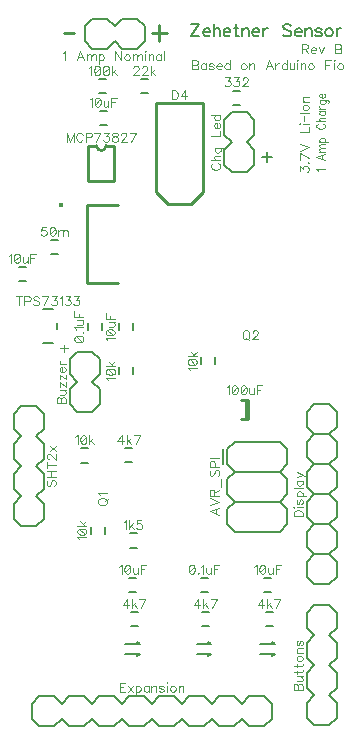
<source format=gbr>
G04 DipTrace 2.3.0.1*
%INTopSilk.gbr*%
%MOIN*%
%ADD10C,0.01*%
%ADD11C,0.006*%
%ADD22C,0.005*%
%ADD24C,0.008*%
%ADD27C,0.0153*%
%ADD50C,0.0046*%
%ADD51C,0.0093*%
%ADD52C,0.0062*%
%FSLAX44Y44*%
G04*
G70*
G90*
G75*
G01*
%LNTopSilk*%
%LPD*%
X3486Y18164D2*
D11*
Y17928D1*
X3014Y18164D2*
Y17928D1*
X4406Y9670D2*
X4642D1*
X4406Y9198D2*
X4642D1*
X8906Y9670D2*
X9142D1*
X8906Y9198D2*
X9142D1*
X6781Y9670D2*
X7017D1*
X6781Y9198D2*
X7017D1*
X4059Y17920D2*
Y18156D1*
X4531Y17920D2*
Y18156D1*
X8292Y15615D2*
D10*
Y14985D1*
X8367Y15615D2*
Y14985D1*
Y15615D2*
X8131D1*
X8367Y14985D2*
X8131D1*
X3655Y24772D2*
D11*
X3419D1*
X3655Y25245D2*
X3419D1*
X964Y19564D2*
X728D1*
X964Y20036D2*
X728D1*
X4275Y7152D2*
D22*
X4669D1*
X4748D1*
Y7466D2*
X4669D1*
X4275D1*
X4748D2*
X4669Y7545D1*
X4748Y7152D2*
X4669Y7073D1*
Y7152D1*
Y7545D2*
Y7466D1*
X8775Y7152D2*
X9169D1*
X9248D1*
Y7466D2*
X9169D1*
X8775D1*
X9248D2*
X9169Y7545D1*
X9248Y7152D2*
X9169Y7073D1*
Y7152D1*
Y7545D2*
Y7466D1*
X6650Y7152D2*
X7044D1*
X7123D1*
Y7466D2*
X7044D1*
X6650D1*
X7123D2*
X7044Y7545D1*
X7123Y7152D2*
X7044Y7073D1*
Y7152D1*
Y7545D2*
Y7466D1*
X5291Y22535D2*
D10*
Y25488D1*
X6866D1*
Y22535D1*
X6472Y22142D1*
X5291Y22535D2*
X5685Y22142D1*
X6472D1*
X2424Y15453D2*
D24*
Y15953D1*
X2674Y16203D1*
X3174D2*
X3424Y15953D1*
X2674Y16203D2*
X2424Y16453D1*
Y16953D1*
X2674Y17203D1*
X3174D2*
X3424Y16953D1*
Y16453D1*
X3174Y16203D1*
X2674Y15203D2*
X3174D1*
X2424Y15453D2*
X2674Y15203D1*
X3174D2*
X3424Y15453D1*
Y15953D2*
Y15453D1*
X2674Y17203D2*
X3174D1*
X10570Y9460D2*
X10320Y9710D1*
Y10210D1*
X10570Y10460D1*
X10320Y10710D1*
Y11210D1*
X10570Y11460D1*
X10320Y11710D1*
Y12210D1*
X10570Y12460D1*
X10320Y12710D1*
Y13210D1*
X10570Y13460D1*
X10320Y13710D1*
Y14210D1*
X10570Y14460D1*
X10320Y14710D1*
Y15210D1*
X10570Y15460D1*
X11070D1*
X11320Y15210D1*
Y14710D1*
X11070Y14460D1*
X11320Y14210D1*
Y13710D1*
X11070Y13460D1*
X11320Y13210D1*
Y12710D1*
X11070Y12460D1*
X11320Y12210D1*
Y11710D1*
X11070Y11460D1*
X11320Y11210D1*
Y10710D1*
X11070Y10460D1*
X11320Y10210D1*
Y9710D1*
X11070Y9460D1*
X10570D1*
Y10460D2*
X11070D1*
X10570Y11460D2*
X11070D1*
X10570Y12460D2*
X11070D1*
X10570Y13460D2*
X11070D1*
X10570Y14460D2*
X11070D1*
X550Y14650D2*
Y15150D1*
X800Y15400D1*
X1300D2*
X1550Y15150D1*
X800Y13400D2*
X550Y13650D1*
Y14150D1*
X800Y14400D1*
X1300D2*
X1550Y14150D1*
Y13650D1*
X1300Y13400D1*
X550Y14650D2*
X800Y14400D1*
X1300D2*
X1550Y14650D1*
Y15150D2*
Y14650D1*
X550Y11650D2*
Y12150D1*
X800Y12400D1*
X1300D2*
X1550Y12150D1*
X800Y12400D2*
X550Y12650D1*
Y13150D1*
X800Y13400D1*
X1300D2*
X1550Y13150D1*
Y12650D1*
X1300Y12400D1*
X800Y11400D2*
X1300D1*
X550Y11650D2*
X800Y11400D1*
X1300D2*
X1550Y11650D1*
Y12150D2*
Y11650D1*
X800Y15400D2*
X1300D1*
X7916Y14217D2*
X7666Y13967D1*
Y13467D2*
X7916Y13217D1*
X7666Y12967D1*
Y12467D2*
X7916Y12217D1*
X7666Y11967D1*
Y11467D2*
X7916Y11217D1*
Y14217D2*
X9416D1*
X9666Y13967D1*
Y13467D1*
X9416Y13217D1*
X9666Y12967D1*
Y12467D1*
X9416Y12217D1*
X9666Y11967D1*
Y11467D1*
X9416Y11217D1*
Y13217D2*
X7916D1*
X9416Y12217D2*
X7916D1*
X9416Y11217D2*
X7916D1*
X7666Y11967D2*
Y11467D1*
Y12967D2*
Y12467D1*
Y13967D2*
Y13467D1*
X7534D2*
Y13967D1*
X7396Y5734D2*
X7896D1*
X8146Y5484D1*
Y4984D2*
X7896Y4734D1*
X6146Y5484D2*
X6396Y5734D1*
X6896D1*
X7146Y5484D1*
Y4984D2*
X6896Y4734D1*
X6396D1*
X6146Y4984D1*
X7396Y5734D2*
X7146Y5484D1*
Y4984D2*
X7396Y4734D1*
X7896D2*
X7396D1*
X4396Y5734D2*
X4896D1*
X5146Y5484D1*
Y4984D2*
X4896Y4734D1*
X5146Y5484D2*
X5396Y5734D1*
X5896D1*
X6146Y5484D1*
Y4984D2*
X5896Y4734D1*
X5396D1*
X5146Y4984D1*
X3146Y5484D2*
X3396Y5734D1*
X3896D1*
X4146Y5484D1*
Y4984D2*
X3896Y4734D1*
X3396D1*
X3146Y4984D1*
X4396Y5734D2*
X4146Y5484D1*
Y4984D2*
X4396Y4734D1*
X4896D2*
X4396D1*
X1396Y5734D2*
X1896D1*
X2146Y5484D1*
Y4984D2*
X1896Y4734D1*
X2146Y5484D2*
X2396Y5734D1*
X2896D1*
X3146Y5484D1*
Y4984D2*
X2896Y4734D1*
X2396D1*
X2146Y4984D1*
X1146Y5484D2*
Y4984D1*
X1396Y5734D2*
X1146Y5484D1*
Y4984D2*
X1396Y4734D1*
X1896D2*
X1396D1*
X8396Y5734D2*
X8896D1*
X9146Y5484D1*
Y4984D1*
X8896Y4734D1*
X8396Y5734D2*
X8146Y5484D1*
Y4984D2*
X8396Y4734D1*
X8896D2*
X8396D1*
X11320Y5510D2*
Y5010D1*
X11070Y4760D1*
X10570D2*
X10320Y5010D1*
X11070Y6760D2*
X11320Y6510D1*
Y6010D1*
X11070Y5760D1*
X10570D2*
X10320Y6010D1*
Y6510D1*
X10570Y6760D1*
X11320Y5510D2*
X11070Y5760D1*
X10570D2*
X10320Y5510D1*
Y5010D2*
Y5510D1*
X11320Y8510D2*
Y8010D1*
X11070Y7760D1*
X10570D2*
X10320Y8010D1*
X11070Y7760D2*
X11320Y7510D1*
Y7010D1*
X11070Y6760D1*
X10570D2*
X10320Y7010D1*
Y7510D1*
X10570Y7760D1*
X11070Y8760D2*
X10570D1*
X11320Y8510D2*
X11070Y8760D1*
X10570D2*
X10320Y8510D1*
Y8010D2*
Y8510D1*
X11070Y4760D2*
X10570D1*
X3170Y28309D2*
X3670D1*
X3920Y28059D1*
Y27559D2*
X3670Y27309D1*
X3920Y28059D2*
X4170Y28309D1*
X4670D1*
X4920Y28059D1*
Y27559D2*
X4670Y27309D1*
X4170D1*
X3920Y27559D1*
X2920Y28059D2*
Y27559D1*
X3170Y28309D2*
X2920Y28059D1*
Y27559D2*
X3170Y27309D1*
X3670D2*
X3170D1*
X4920Y28059D2*
Y27559D1*
X7571Y23442D2*
Y23942D1*
X7821Y24192D1*
X8321D2*
X8571Y23942D1*
X7821Y24192D2*
X7571Y24442D1*
Y24942D1*
X7821Y25192D1*
X8321D2*
X8571Y24942D1*
Y24442D1*
X8321Y24192D1*
X7821Y23192D2*
X8321D1*
X7571Y23442D2*
X7821Y23192D1*
X8321D2*
X8571Y23442D1*
Y23942D2*
Y23442D1*
X7821Y25192D2*
X8321D1*
X2990Y22102D2*
D10*
Y19503D1*
X4014Y22102D2*
X2990D1*
X4014Y19503D2*
X2990D1*
D27*
X2117Y22092D3*
X4065Y16465D2*
D11*
Y16702D1*
X4538Y16465D2*
Y16702D1*
X3036Y13519D2*
X2800D1*
X3036Y13991D2*
X2800D1*
X4684Y8073D2*
X4447D1*
X4684Y8545D2*
X4447D1*
X9184Y8073D2*
X8947D1*
X9184Y8545D2*
X8947D1*
X7059Y8073D2*
X6822D1*
X7059Y8545D2*
X6822D1*
X4274Y14011D2*
X4510D1*
X4274Y13539D2*
X4510D1*
X7268Y17029D2*
Y16793D1*
X6795Y17029D2*
Y16793D1*
X1786Y20936D2*
X2022D1*
X1786Y20464D2*
X2022D1*
X3115Y11143D2*
Y11380D1*
X3587Y11143D2*
Y11380D1*
X4414Y11154D2*
X4651D1*
X4414Y10682D2*
X4651D1*
X4781Y26295D2*
X5017D1*
X4781Y25823D2*
X5017D1*
X7859Y25915D2*
X8095D1*
X7859Y25442D2*
X8095D1*
X3406Y26295D2*
X3642D1*
X3406Y25823D2*
X3642D1*
X1851Y17500D2*
D24*
X1513D1*
Y18620D2*
X1851D1*
X2001Y18166D2*
Y17954D1*
X3034Y24076D2*
D10*
Y22895D1*
X3900Y24076D2*
Y22895D1*
X3034D2*
X3900D1*
X3034Y24076D2*
X3309D1*
X3624D2*
X3900D1*
X3309D2*
G03X3624Y24076I158J0D01*
G01*
X2575Y17623D2*
D50*
X2589Y17580D1*
X2632Y17551D1*
X2704Y17537D1*
X2747D1*
X2819Y17551D1*
X2862Y17580D1*
X2876Y17623D1*
Y17652D1*
X2862Y17695D1*
X2819Y17724D1*
X2747Y17738D1*
X2704D1*
X2632Y17724D1*
X2589Y17695D1*
X2575Y17652D1*
Y17623D1*
X2632Y17724D2*
X2819Y17551D1*
X2847Y17845D2*
X2862Y17831D1*
X2876Y17845D1*
X2862Y17860D1*
X2847Y17845D1*
X2632Y17952D2*
X2618Y17981D1*
X2575Y18024D1*
X2876D1*
X2675Y18117D2*
X2819D1*
X2861Y18131D1*
X2876Y18160D1*
Y18203D1*
X2861Y18232D1*
X2819Y18275D1*
X2675D2*
X2876D1*
X2574Y18554D2*
Y18367D1*
X2876D1*
X2718D2*
Y18482D1*
X4077Y10052D2*
X4105Y10066D1*
X4148Y10109D1*
Y9808D1*
X4327Y10109D2*
X4284Y10095D1*
X4255Y10052D1*
X4241Y9980D1*
Y9937D1*
X4255Y9865D1*
X4284Y9822D1*
X4327Y9808D1*
X4356D1*
X4399Y9822D1*
X4428Y9865D1*
X4442Y9937D1*
Y9980D1*
X4428Y10052D1*
X4399Y10095D1*
X4356Y10109D1*
X4327D1*
X4428Y10052D2*
X4255Y9865D1*
X4535Y10009D2*
Y9865D1*
X4549Y9823D1*
X4578Y9808D1*
X4621D1*
X4649Y9823D1*
X4693Y9865D1*
Y10009D2*
Y9808D1*
X4972Y10110D2*
X4785D1*
Y9808D1*
Y9966D2*
X4900D1*
X8577Y10052D2*
X8605Y10066D1*
X8648Y10109D1*
Y9808D1*
X8827Y10109D2*
X8784Y10095D1*
X8755Y10052D1*
X8741Y9980D1*
Y9937D1*
X8755Y9865D1*
X8784Y9822D1*
X8827Y9808D1*
X8856D1*
X8899Y9822D1*
X8928Y9865D1*
X8942Y9937D1*
Y9980D1*
X8928Y10052D1*
X8899Y10095D1*
X8856Y10109D1*
X8827D1*
X8928Y10052D2*
X8755Y9865D1*
X9035Y10009D2*
Y9865D1*
X9049Y9823D1*
X9078Y9808D1*
X9121D1*
X9149Y9823D1*
X9193Y9865D1*
Y10009D2*
Y9808D1*
X9472Y10110D2*
X9285D1*
Y9808D1*
Y9966D2*
X9400D1*
X6477Y10109D2*
X6434Y10095D1*
X6405Y10052D1*
X6391Y9980D1*
Y9937D1*
X6405Y9865D1*
X6434Y9822D1*
X6477Y9808D1*
X6506D1*
X6549Y9822D1*
X6577Y9865D1*
X6592Y9937D1*
Y9980D1*
X6577Y10052D1*
X6549Y10095D1*
X6506Y10109D1*
X6477D1*
X6577Y10052D2*
X6405Y9865D1*
X6699Y9837D2*
X6684Y9822D1*
X6699Y9808D1*
X6713Y9822D1*
X6699Y9837D1*
X6806Y10052D2*
X6835Y10066D1*
X6878Y10109D1*
Y9808D1*
X6970Y10009D2*
Y9865D1*
X6985Y9823D1*
X7014Y9808D1*
X7057D1*
X7085Y9823D1*
X7128Y9865D1*
Y10009D2*
Y9808D1*
X7408Y10110D2*
X7221D1*
Y9808D1*
Y9966D2*
X7336D1*
X3677Y17591D2*
X3662Y17619D1*
X3620Y17663D1*
X3921D1*
X3620Y17841D2*
X3634Y17798D1*
X3677Y17770D1*
X3749Y17755D1*
X3792D1*
X3863Y17770D1*
X3907Y17798D1*
X3921Y17841D1*
Y17870D1*
X3907Y17913D1*
X3863Y17942D1*
X3792Y17956D1*
X3749D1*
X3677Y17942D1*
X3634Y17913D1*
X3620Y17870D1*
Y17841D1*
X3677Y17942D2*
X3863Y17770D1*
X3720Y18049D2*
X3863D1*
X3906Y18063D1*
X3921Y18092D1*
Y18135D1*
X3906Y18164D1*
X3863Y18207D1*
X3720D2*
X3921D1*
X3619Y18486D2*
Y18299D1*
X3921D1*
X3763D2*
Y18414D1*
X7654Y16036D2*
X7683Y16051D1*
X7726Y16093D1*
Y15792D1*
X7905Y16093D2*
X7862Y16079D1*
X7833Y16036D1*
X7819Y15964D1*
Y15921D1*
X7833Y15850D1*
X7862Y15806D1*
X7905Y15792D1*
X7934D1*
X7977Y15806D1*
X8005Y15850D1*
X8020Y15921D1*
Y15964D1*
X8005Y16036D1*
X7977Y16079D1*
X7934Y16093D1*
X7905D1*
X8005Y16036D2*
X7833Y15850D1*
X8199Y16093D2*
X8156Y16079D1*
X8127Y16036D1*
X8113Y15964D1*
Y15921D1*
X8127Y15850D1*
X8156Y15806D1*
X8199Y15792D1*
X8227D1*
X8270Y15806D1*
X8299Y15850D1*
X8313Y15921D1*
Y15964D1*
X8299Y16036D1*
X8270Y16079D1*
X8227Y16093D1*
X8199D1*
X8299Y16036D2*
X8127Y15850D1*
X8406Y15993D2*
Y15850D1*
X8420Y15807D1*
X8449Y15792D1*
X8492D1*
X8521Y15807D1*
X8564Y15850D1*
Y15993D2*
Y15792D1*
X8843Y16094D2*
X8657D1*
Y15792D1*
Y15950D2*
X8771D1*
X3090Y25626D2*
X3119Y25641D1*
X3162Y25684D1*
Y25383D1*
X3340Y25684D2*
X3297Y25669D1*
X3269Y25626D1*
X3254Y25555D1*
Y25512D1*
X3269Y25440D1*
X3297Y25397D1*
X3340Y25383D1*
X3369D1*
X3412Y25397D1*
X3441Y25440D1*
X3455Y25512D1*
Y25555D1*
X3441Y25626D1*
X3412Y25669D1*
X3369Y25684D1*
X3340D1*
X3441Y25626D2*
X3269Y25440D1*
X3548Y25584D2*
Y25440D1*
X3562Y25397D1*
X3591Y25383D1*
X3634D1*
X3663Y25397D1*
X3706Y25440D1*
Y25584D2*
Y25383D1*
X3985Y25684D2*
X3798D1*
Y25383D1*
Y25540D2*
X3913D1*
X398Y20418D2*
X427Y20432D1*
X470Y20475D1*
Y20174D1*
X649Y20475D2*
X606Y20461D1*
X577Y20418D1*
X563Y20346D1*
Y20303D1*
X577Y20231D1*
X606Y20188D1*
X649Y20174D1*
X677D1*
X720Y20188D1*
X749Y20231D1*
X764Y20303D1*
Y20346D1*
X749Y20418D1*
X720Y20461D1*
X677Y20475D1*
X649D1*
X749Y20418D2*
X577Y20231D1*
X856Y20375D2*
Y20231D1*
X870Y20189D1*
X899Y20174D1*
X942D1*
X971Y20189D1*
X1014Y20231D1*
Y20375D2*
Y20174D1*
X1293Y20476D2*
X1107D1*
Y20174D1*
Y20332D2*
X1221D1*
X5824Y25927D2*
Y25626D1*
X5924D1*
X5968Y25641D1*
X5996Y25669D1*
X6011Y25698D1*
X6025Y25741D1*
Y25813D1*
X6011Y25856D1*
X5996Y25884D1*
X5968Y25913D1*
X5924Y25927D1*
X5824D1*
X6261Y25626D2*
Y25927D1*
X6118Y25727D1*
X6333D1*
X1984Y15491D2*
X2286D1*
Y15620D1*
X2271Y15663D1*
X2257Y15678D1*
X2229Y15692D1*
X2185D1*
X2157Y15678D1*
X2142Y15663D1*
X2128Y15620D1*
X2113Y15663D1*
X2099Y15678D1*
X2071Y15692D1*
X2042D1*
X2013Y15678D1*
X1999Y15663D1*
X1984Y15620D1*
Y15491D1*
X2128D2*
Y15620D1*
X2085Y15785D2*
X2229D1*
X2271Y15799D1*
X2286Y15828D1*
Y15871D1*
X2271Y15899D1*
X2229Y15942D1*
X2085D2*
X2286D1*
X2085Y16035D2*
Y16193D1*
X2286Y16035D1*
Y16193D1*
X2085Y16286D2*
Y16443D1*
X2286Y16286D1*
Y16443D1*
X2171Y16536D2*
Y16708D1*
X2142D1*
X2113Y16694D1*
X2099Y16680D1*
X2085Y16651D1*
Y16608D1*
X2099Y16579D1*
X2128Y16550D1*
X2171Y16536D1*
X2200D1*
X2243Y16550D1*
X2271Y16579D1*
X2286Y16608D1*
Y16651D1*
X2271Y16680D1*
X2243Y16708D1*
X2085Y16801D2*
X2286D1*
X2171D2*
X2128Y16815D1*
X2099Y16844D1*
X2085Y16873D1*
Y16916D1*
X9881Y11723D2*
X10182D1*
Y11823D1*
X10167Y11867D1*
X10139Y11895D1*
X10110Y11910D1*
X10067Y11924D1*
X9995D1*
X9952Y11910D1*
X9924Y11895D1*
X9895Y11867D1*
X9881Y11823D1*
Y11723D1*
Y12017D2*
X9895Y12031D1*
X9881Y12045D1*
X9866Y12031D1*
X9881Y12017D1*
X9981Y12031D2*
X10182D1*
X10024Y12296D2*
X9995Y12282D1*
X9981Y12238D1*
Y12195D1*
X9995Y12152D1*
X10024Y12138D1*
X10053Y12152D1*
X10067Y12181D1*
X10082Y12253D1*
X10096Y12282D1*
X10125Y12296D1*
X10139D1*
X10167Y12282D1*
X10182Y12238D1*
Y12195D1*
X10167Y12152D1*
X10139Y12138D1*
X9981Y12388D2*
X10282D1*
X10024D2*
X9996Y12417D1*
X9981Y12446D1*
Y12489D1*
X9996Y12518D1*
X10024Y12546D1*
X10067Y12561D1*
X10096D1*
X10139Y12546D1*
X10168Y12518D1*
X10182Y12489D1*
Y12446D1*
X10168Y12417D1*
X10139Y12388D1*
X9881Y12654D2*
X10182D1*
X9981Y12918D2*
X10182D1*
X10024D2*
X9995Y12890D1*
X9981Y12861D1*
Y12818D1*
X9995Y12789D1*
X10024Y12761D1*
X10067Y12746D1*
X10096D1*
X10139Y12761D1*
X10167Y12789D1*
X10182Y12818D1*
Y12861D1*
X10167Y12890D1*
X10139Y12918D1*
X9981Y13026D2*
X10182Y13111D1*
X10239Y13083D1*
X10268Y13054D1*
X10282Y13026D1*
Y13011D1*
X9981Y13198D2*
X10182Y13111D1*
X1695Y12935D2*
X1666Y12906D1*
X1652Y12863D1*
Y12806D1*
X1666Y12763D1*
X1695Y12734D1*
X1723D1*
X1752Y12748D1*
X1766Y12763D1*
X1781Y12791D1*
X1810Y12877D1*
X1824Y12906D1*
X1838Y12921D1*
X1867Y12935D1*
X1910D1*
X1939Y12906D1*
X1953Y12863D1*
Y12806D1*
X1939Y12763D1*
X1910Y12734D1*
X1652Y13027D2*
X1953D1*
X1652Y13228D2*
X1953D1*
X1795Y13027D2*
Y13228D1*
X1652Y13422D2*
X1953D1*
X1652Y13321D2*
Y13522D1*
X1724Y13629D2*
X1709D1*
X1681Y13644D1*
X1666Y13658D1*
X1652Y13687D1*
Y13744D1*
X1666Y13773D1*
X1681Y13787D1*
X1709Y13801D1*
X1738D1*
X1767Y13787D1*
X1810Y13758D1*
X1953Y13615D1*
Y13816D1*
X1752Y13908D2*
X1953Y14066D1*
X1752D2*
X1953Y13908D1*
X7396Y12001D2*
X7095Y11886D1*
X7396Y11771D1*
X7296Y11815D2*
Y11958D1*
X7095Y12094D2*
X7396Y12209D1*
X7095Y12323D1*
X7238Y12416D2*
Y12545D1*
X7224Y12588D1*
X7209Y12603D1*
X7181Y12617D1*
X7152D1*
X7123Y12603D1*
X7109Y12588D1*
X7095Y12545D1*
Y12416D1*
X7396D1*
X7238Y12516D2*
X7396Y12617D1*
X7446Y12710D2*
Y12982D1*
X7138Y13276D2*
X7109Y13247D1*
X7095Y13204D1*
Y13147D1*
X7109Y13104D1*
X7138Y13075D1*
X7166D1*
X7195Y13089D1*
X7209Y13104D1*
X7224Y13132D1*
X7252Y13218D1*
X7267Y13247D1*
X7281Y13261D1*
X7310Y13276D1*
X7353D1*
X7381Y13247D1*
X7396Y13204D1*
Y13147D1*
X7381Y13104D1*
X7353Y13075D1*
X7252Y13368D2*
Y13498D1*
X7238Y13540D1*
X7224Y13555D1*
X7195Y13569D1*
X7152D1*
X7123Y13555D1*
X7109Y13540D1*
X7095Y13498D1*
Y13368D1*
X7396D1*
X7095Y13662D2*
X7396D1*
X4272Y6173D2*
X4086D1*
Y5872D1*
X4272D1*
X4086Y6030D2*
X4201D1*
X4365Y6073D2*
X4523Y5872D1*
Y6073D2*
X4365Y5872D1*
X4616Y6073D2*
Y5771D1*
Y6030D2*
X4644Y6058D1*
X4673Y6073D1*
X4716D1*
X4745Y6058D1*
X4773Y6030D1*
X4788Y5987D1*
Y5958D1*
X4773Y5915D1*
X4745Y5886D1*
X4716Y5872D1*
X4673D1*
X4644Y5886D1*
X4616Y5915D1*
X5053Y6073D2*
Y5872D1*
Y6030D2*
X5024Y6059D1*
X4995Y6073D1*
X4953D1*
X4924Y6059D1*
X4895Y6030D1*
X4881Y5987D1*
Y5958D1*
X4895Y5915D1*
X4924Y5887D1*
X4953Y5872D1*
X4995D1*
X5024Y5887D1*
X5053Y5915D1*
X5145Y6073D2*
Y5872D1*
Y6016D2*
X5189Y6059D1*
X5217Y6073D1*
X5260D1*
X5289Y6059D1*
X5303Y6016D1*
Y5872D1*
X5554Y6030D2*
X5539Y6059D1*
X5496Y6073D1*
X5453D1*
X5410Y6059D1*
X5396Y6030D1*
X5410Y6001D1*
X5439Y5987D1*
X5511Y5972D1*
X5539Y5958D1*
X5554Y5929D1*
Y5915D1*
X5539Y5887D1*
X5496Y5872D1*
X5453D1*
X5410Y5887D1*
X5396Y5915D1*
X5646Y6173D2*
X5661Y6159D1*
X5675Y6173D1*
X5661Y6188D1*
X5646Y6173D1*
X5661Y6073D2*
Y5872D1*
X5839Y6073D2*
X5811Y6059D1*
X5782Y6030D1*
X5768Y5987D1*
Y5958D1*
X5782Y5915D1*
X5811Y5887D1*
X5839Y5872D1*
X5883D1*
X5911Y5887D1*
X5940Y5915D1*
X5955Y5958D1*
Y5987D1*
X5940Y6030D1*
X5911Y6059D1*
X5883Y6073D1*
X5839D1*
X6047D2*
Y5872D1*
Y6016D2*
X6090Y6059D1*
X6119Y6073D1*
X6162D1*
X6191Y6059D1*
X6205Y6016D1*
Y5872D1*
X9881Y5937D2*
X10182D1*
Y6066D1*
X10167Y6109D1*
X10153Y6124D1*
X10125Y6138D1*
X10082D1*
X10053Y6124D1*
X10038Y6109D1*
X10024Y6066D1*
X10010Y6109D1*
X9995Y6124D1*
X9967Y6138D1*
X9938D1*
X9909Y6124D1*
X9895Y6109D1*
X9881Y6066D1*
Y5937D1*
X10024D2*
Y6066D1*
X9981Y6230D2*
X10125D1*
X10167Y6245D1*
X10182Y6274D1*
Y6317D1*
X10167Y6345D1*
X10125Y6388D1*
X9981D2*
X10182D1*
X9881Y6524D2*
X10125D1*
X10167Y6538D1*
X10182Y6567D1*
Y6596D1*
X9981Y6481D2*
Y6581D1*
X9881Y6731D2*
X10125D1*
X10167Y6746D1*
X10182Y6774D1*
Y6803D1*
X9981Y6688D2*
Y6789D1*
Y6967D2*
X9995Y6939D1*
X10024Y6910D1*
X10067Y6896D1*
X10096D1*
X10139Y6910D1*
X10167Y6939D1*
X10182Y6967D1*
Y7010D1*
X10167Y7039D1*
X10139Y7068D1*
X10096Y7082D1*
X10067D1*
X10024Y7068D1*
X9995Y7039D1*
X9981Y7010D1*
Y6967D1*
Y7175D2*
X10182D1*
X10038D2*
X9995Y7218D1*
X9981Y7247D1*
Y7290D1*
X9995Y7319D1*
X10038Y7333D1*
X10182D1*
X10024Y7583D2*
X9995Y7569D1*
X9981Y7526D1*
Y7483D1*
X9995Y7440D1*
X10024Y7425D1*
X10053Y7440D1*
X10067Y7469D1*
X10082Y7540D1*
X10096Y7569D1*
X10125Y7583D1*
X10139D1*
X10167Y7569D1*
X10182Y7526D1*
Y7483D1*
X10167Y7440D1*
X10139Y7425D1*
X7203Y23499D2*
X7175Y23485D1*
X7146Y23456D1*
X7131Y23428D1*
Y23370D1*
X7146Y23341D1*
X7175Y23313D1*
X7203Y23298D1*
X7246Y23284D1*
X7318D1*
X7361Y23298D1*
X7390Y23313D1*
X7418Y23341D1*
X7433Y23370D1*
Y23428D1*
X7418Y23456D1*
X7390Y23485D1*
X7361Y23499D1*
X7131Y23592D2*
X7433D1*
X7289D2*
X7246Y23635D1*
X7232Y23664D1*
Y23707D1*
X7246Y23736D1*
X7289Y23750D1*
X7433D1*
X7246Y24015D2*
X7476D1*
X7519Y24000D1*
X7533Y23986D1*
X7548Y23957D1*
Y23914D1*
X7533Y23886D1*
X7289Y24015D2*
X7261Y23986D1*
X7246Y23957D1*
Y23914D1*
X7261Y23886D1*
X7289Y23857D1*
X7332Y23842D1*
X7361D1*
X7404Y23857D1*
X7433Y23886D1*
X7447Y23914D1*
Y23957D1*
X7433Y23986D1*
X7404Y24015D1*
X7131Y24399D2*
X7433D1*
Y24571D1*
X7318Y24663D2*
Y24836D1*
X7289D1*
X7260Y24821D1*
X7246Y24807D1*
X7232Y24778D1*
Y24735D1*
X7246Y24707D1*
X7275Y24678D1*
X7318Y24663D1*
X7347D1*
X7390Y24678D1*
X7418Y24707D1*
X7433Y24735D1*
Y24778D1*
X7418Y24807D1*
X7390Y24836D1*
X7131Y25100D2*
X7433D1*
X7275D2*
X7246Y25072D1*
X7232Y25043D1*
Y25000D1*
X7246Y24971D1*
X7275Y24942D1*
X7318Y24928D1*
X7347D1*
X7390Y24942D1*
X7418Y24971D1*
X7433Y25000D1*
Y25043D1*
X7418Y25072D1*
X7390Y25100D1*
X3360Y12190D2*
X3374Y12162D1*
X3402Y12133D1*
X3431Y12119D1*
X3474Y12104D1*
X3546D1*
X3589Y12119D1*
X3618Y12133D1*
X3647Y12162D1*
X3661Y12190D1*
Y12248D1*
X3647Y12277D1*
X3618Y12305D1*
X3589Y12319D1*
X3546Y12334D1*
X3474D1*
X3431Y12319D1*
X3402Y12305D1*
X3374Y12277D1*
X3360Y12248D1*
Y12190D1*
X3603Y12233D2*
X3690Y12319D1*
X3417Y12427D2*
X3403Y12455D1*
X3360Y12499D1*
X3661D1*
X8268Y17922D2*
X8240Y17908D1*
X8211Y17879D1*
X8197Y17850D1*
X8182Y17807D1*
Y17736D1*
X8197Y17692D1*
X8211Y17664D1*
X8240Y17635D1*
X8268Y17621D1*
X8326D1*
X8355Y17635D1*
X8383Y17664D1*
X8397Y17692D1*
X8412Y17736D1*
Y17807D1*
X8397Y17850D1*
X8383Y17879D1*
X8355Y17908D1*
X8326Y17922D1*
X8268D1*
X8311Y17678D2*
X8397Y17592D1*
X8519Y17850D2*
Y17864D1*
X8533Y17893D1*
X8548Y17907D1*
X8577Y17922D1*
X8634D1*
X8662Y17907D1*
X8677Y17893D1*
X8691Y17864D1*
Y17836D1*
X8677Y17807D1*
X8648Y17764D1*
X8505Y17620D1*
X8706D1*
X3684Y16276D2*
X3669Y16304D1*
X3626Y16348D1*
X3927D1*
X3626Y16526D2*
X3641Y16483D1*
X3684Y16454D1*
X3755Y16440D1*
X3798D1*
X3870Y16454D1*
X3913Y16483D1*
X3927Y16526D1*
Y16555D1*
X3913Y16598D1*
X3870Y16627D1*
X3798Y16641D1*
X3755D1*
X3684Y16627D1*
X3641Y16598D1*
X3626Y16555D1*
Y16526D1*
X3684Y16627D2*
X3870Y16454D1*
X3626Y16734D2*
X3927D1*
X3726Y16877D2*
X3870Y16734D1*
X3813Y16791D2*
X3927Y16892D1*
X2610Y14373D2*
X2639Y14388D1*
X2682Y14431D1*
Y14129D1*
X2861Y14431D2*
X2818Y14416D1*
X2789Y14373D1*
X2774Y14302D1*
Y14258D1*
X2789Y14187D1*
X2818Y14144D1*
X2861Y14129D1*
X2889D1*
X2932Y14144D1*
X2961Y14187D1*
X2975Y14258D1*
Y14302D1*
X2961Y14373D1*
X2932Y14416D1*
X2889Y14431D1*
X2861D1*
X2961Y14373D2*
X2789Y14187D1*
X3068Y14431D2*
Y14129D1*
X3212Y14330D2*
X3068Y14187D1*
X3125Y14244D2*
X3226Y14129D1*
X4330Y8683D2*
Y8984D1*
X4186Y8784D1*
X4401D1*
X4494Y8985D2*
Y8683D1*
X4637Y8884D2*
X4494Y8740D1*
X4551Y8798D2*
X4652Y8683D1*
X4802D2*
X4945Y8984D1*
X4744D1*
X8830Y8683D2*
Y8984D1*
X8686Y8784D1*
X8901D1*
X8994Y8985D2*
Y8683D1*
X9137Y8884D2*
X8994Y8740D1*
X9051Y8798D2*
X9152Y8683D1*
X9302D2*
X9445Y8984D1*
X9244D1*
X6705Y8683D2*
Y8984D1*
X6561Y8784D1*
X6776D1*
X6869Y8985D2*
Y8683D1*
X7012Y8884D2*
X6869Y8740D1*
X6926Y8798D2*
X7027Y8683D1*
X7177D2*
X7320Y8984D1*
X7119D1*
X4156Y14149D2*
Y14450D1*
X4012Y14249D1*
X4227D1*
X4320Y14450D2*
Y14149D1*
X4464Y14350D2*
X4320Y14206D1*
X4377Y14264D2*
X4478Y14149D1*
X4628D2*
X4771Y14450D1*
X4571D1*
X6414Y16603D2*
X6399Y16632D1*
X6356Y16675D1*
X6657D1*
X6356Y16854D2*
X6370Y16810D1*
X6414Y16782D1*
X6485Y16767D1*
X6528D1*
X6600Y16782D1*
X6643Y16810D1*
X6657Y16854D1*
Y16882D1*
X6643Y16925D1*
X6600Y16954D1*
X6528Y16968D1*
X6485D1*
X6414Y16954D1*
X6370Y16925D1*
X6356Y16882D1*
Y16854D1*
X6414Y16954D2*
X6600Y16782D1*
X6356Y17061D2*
X6657D1*
X6456Y17204D2*
X6600Y17061D1*
X6543Y17118D2*
X6657Y17219D1*
X1625Y21375D2*
X1482D1*
X1467Y21246D1*
X1482Y21260D1*
X1525Y21275D1*
X1567D1*
X1611Y21260D1*
X1639Y21232D1*
X1654Y21189D1*
Y21160D1*
X1639Y21117D1*
X1611Y21088D1*
X1567Y21074D1*
X1525D1*
X1482Y21088D1*
X1467Y21103D1*
X1453Y21131D1*
X1833Y21375D2*
X1789Y21361D1*
X1761Y21318D1*
X1746Y21246D1*
Y21203D1*
X1761Y21131D1*
X1789Y21088D1*
X1833Y21074D1*
X1861D1*
X1904Y21088D1*
X1933Y21131D1*
X1947Y21203D1*
Y21246D1*
X1933Y21318D1*
X1904Y21361D1*
X1861Y21375D1*
X1833D1*
X1933Y21318D2*
X1761Y21131D1*
X2040Y21275D2*
Y21074D1*
Y21218D2*
X2083Y21261D1*
X2112Y21275D1*
X2155D1*
X2184Y21261D1*
X2198Y21218D1*
Y21074D1*
Y21218D2*
X2241Y21261D1*
X2270Y21275D1*
X2312D1*
X2341Y21261D1*
X2356Y21218D1*
Y21074D1*
X2733Y10954D2*
X2719Y10982D1*
X2676Y11025D1*
X2977D1*
X2676Y11204D2*
X2690Y11161D1*
X2733Y11132D1*
X2805Y11118D1*
X2848D1*
X2920Y11132D1*
X2963Y11161D1*
X2977Y11204D1*
Y11233D1*
X2963Y11276D1*
X2920Y11304D1*
X2848Y11319D1*
X2805D1*
X2733Y11304D1*
X2690Y11276D1*
X2676Y11233D1*
Y11204D1*
X2733Y11304D2*
X2920Y11132D1*
X2675Y11412D2*
X2977D1*
X2776Y11555D2*
X2920Y11412D1*
X2862Y11469D2*
X2977Y11570D1*
X4224Y11536D2*
X4253Y11550D1*
X4296Y11593D1*
Y11292D1*
X4389Y11593D2*
Y11292D1*
X4533Y11493D2*
X4389Y11349D1*
X4446Y11407D2*
X4547Y11292D1*
X4812Y11593D2*
X4668D1*
X4654Y11464D1*
X4668Y11478D1*
X4712Y11493D1*
X4754D1*
X4797Y11478D1*
X4826Y11450D1*
X4841Y11407D1*
Y11378D1*
X4826Y11335D1*
X4797Y11306D1*
X4754Y11292D1*
X4712D1*
X4668Y11306D1*
X4654Y11321D1*
X4640Y11349D1*
X4541Y26663D2*
Y26677D1*
X4556Y26706D1*
X4570Y26720D1*
X4599Y26734D1*
X4656D1*
X4685Y26720D1*
X4699Y26706D1*
X4713Y26677D1*
Y26648D1*
X4699Y26619D1*
X4670Y26577D1*
X4527Y26433D1*
X4728D1*
X4835Y26663D2*
Y26677D1*
X4849Y26706D1*
X4863Y26720D1*
X4892Y26734D1*
X4950D1*
X4978Y26720D1*
X4992Y26706D1*
X5007Y26677D1*
Y26648D1*
X4992Y26619D1*
X4964Y26577D1*
X4820Y26433D1*
X5021D1*
X5114Y26735D2*
Y26433D1*
X5257Y26634D2*
X5114Y26490D1*
X5171Y26548D2*
X5272Y26433D1*
X7612Y26354D2*
X7770D1*
X7684Y26239D1*
X7727D1*
X7755Y26225D1*
X7770Y26210D1*
X7784Y26167D1*
Y26139D1*
X7770Y26096D1*
X7741Y26067D1*
X7698Y26053D1*
X7655D1*
X7612Y26067D1*
X7598Y26081D1*
X7583Y26110D1*
X7906Y26354D2*
X8063D1*
X7977Y26239D1*
X8020D1*
X8049Y26225D1*
X8063Y26210D1*
X8078Y26167D1*
Y26139D1*
X8063Y26096D1*
X8035Y26067D1*
X7992Y26053D1*
X7948D1*
X7906Y26067D1*
X7891Y26081D1*
X7877Y26110D1*
X8185Y26282D2*
Y26296D1*
X8199Y26325D1*
X8214Y26339D1*
X8242Y26354D1*
X8300D1*
X8328Y26339D1*
X8343Y26325D1*
X8357Y26296D1*
Y26268D1*
X8343Y26239D1*
X8314Y26196D1*
X8170Y26053D1*
X8371D1*
X3069Y26677D2*
X3098Y26691D1*
X3141Y26734D1*
Y26433D1*
X3320Y26734D2*
X3277Y26720D1*
X3248Y26677D1*
X3234Y26605D1*
Y26562D1*
X3248Y26490D1*
X3277Y26447D1*
X3320Y26433D1*
X3349D1*
X3392Y26447D1*
X3420Y26490D1*
X3435Y26562D1*
Y26605D1*
X3420Y26677D1*
X3392Y26720D1*
X3349Y26734D1*
X3320D1*
X3420Y26677D2*
X3248Y26490D1*
X3614Y26734D2*
X3571Y26720D1*
X3542Y26677D1*
X3528Y26605D1*
Y26562D1*
X3542Y26490D1*
X3571Y26447D1*
X3614Y26433D1*
X3642D1*
X3685Y26447D1*
X3714Y26490D1*
X3729Y26562D1*
Y26605D1*
X3714Y26677D1*
X3685Y26720D1*
X3642Y26734D1*
X3614D1*
X3714Y26677D2*
X3542Y26490D1*
X3821Y26735D2*
Y26433D1*
X3965Y26634D2*
X3821Y26490D1*
X3879Y26548D2*
X3979Y26433D1*
X719Y19059D2*
Y18758D1*
X618Y19059D2*
X819D1*
X912Y18901D2*
X1041D1*
X1084Y18916D1*
X1098Y18930D1*
X1113Y18959D1*
Y19002D1*
X1098Y19030D1*
X1084Y19045D1*
X1041Y19059D1*
X912D1*
Y18758D1*
X1406Y19016D2*
X1378Y19045D1*
X1335Y19059D1*
X1277D1*
X1234Y19045D1*
X1205Y19016D1*
Y18988D1*
X1220Y18959D1*
X1234Y18945D1*
X1263Y18930D1*
X1349Y18901D1*
X1378Y18887D1*
X1392Y18873D1*
X1406Y18844D1*
Y18801D1*
X1378Y18772D1*
X1335Y18758D1*
X1277D1*
X1234Y18772D1*
X1205Y18801D1*
X1556Y18758D2*
X1700Y19059D1*
X1499D1*
X1821D2*
X1979D1*
X1893Y18944D1*
X1936D1*
X1965Y18930D1*
X1979Y18916D1*
X1994Y18873D1*
Y18844D1*
X1979Y18801D1*
X1950Y18772D1*
X1907Y18758D1*
X1864D1*
X1821Y18772D1*
X1807Y18787D1*
X1793Y18815D1*
X2086Y19002D2*
X2115Y19016D1*
X2158Y19059D1*
Y18758D1*
X2280Y19059D2*
X2437D1*
X2351Y18944D1*
X2394D1*
X2423Y18930D1*
X2437Y18916D1*
X2452Y18873D1*
Y18844D1*
X2437Y18801D1*
X2409Y18772D1*
X2365Y18758D1*
X2322D1*
X2280Y18772D1*
X2265Y18787D1*
X2251Y18815D1*
X2573Y19059D2*
X2731D1*
X2645Y18944D1*
X2688D1*
X2716Y18930D1*
X2731Y18916D1*
X2745Y18873D1*
Y18844D1*
X2731Y18801D1*
X2702Y18772D1*
X2659Y18758D1*
X2616D1*
X2573Y18772D1*
X2559Y18787D1*
X2544Y18815D1*
X2547Y24214D2*
Y24516D1*
X2432Y24214D1*
X2318Y24516D1*
Y24214D1*
X2855Y24444D2*
X2841Y24473D1*
X2812Y24502D1*
X2783Y24516D1*
X2726D1*
X2697Y24502D1*
X2668Y24473D1*
X2654Y24444D1*
X2640Y24401D1*
Y24329D1*
X2654Y24286D1*
X2668Y24257D1*
X2697Y24229D1*
X2726Y24214D1*
X2783D1*
X2812Y24229D1*
X2841Y24257D1*
X2855Y24286D1*
X2947Y24358D2*
X3077D1*
X3120Y24372D1*
X3134Y24387D1*
X3148Y24415D1*
Y24458D1*
X3134Y24487D1*
X3120Y24502D1*
X3077Y24516D1*
X2947D1*
Y24214D1*
X3298D2*
X3442Y24515D1*
X3241D1*
X3564D2*
X3721D1*
X3635Y24401D1*
X3678D1*
X3707Y24386D1*
X3721Y24372D1*
X3736Y24329D1*
Y24301D1*
X3721Y24257D1*
X3693Y24229D1*
X3649Y24214D1*
X3606D1*
X3564Y24229D1*
X3549Y24243D1*
X3535Y24272D1*
X3900Y24515D2*
X3857Y24501D1*
X3843Y24473D1*
Y24444D1*
X3857Y24415D1*
X3886Y24401D1*
X3943Y24386D1*
X3986Y24372D1*
X4015Y24343D1*
X4029Y24315D1*
Y24272D1*
X4015Y24243D1*
X4000Y24229D1*
X3957Y24214D1*
X3900D1*
X3857Y24229D1*
X3843Y24243D1*
X3828Y24272D1*
Y24315D1*
X3843Y24343D1*
X3871Y24372D1*
X3914Y24386D1*
X3972Y24401D1*
X4000Y24415D1*
X4015Y24444D1*
Y24473D1*
X4000Y24501D1*
X3957Y24515D1*
X3900D1*
X4136Y24444D2*
Y24458D1*
X4150Y24487D1*
X4165Y24501D1*
X4194Y24515D1*
X4251D1*
X4279Y24501D1*
X4294Y24487D1*
X4308Y24458D1*
Y24430D1*
X4294Y24401D1*
X4265Y24358D1*
X4122Y24214D1*
X4323D1*
X4473D2*
X4616Y24515D1*
X4415D1*
X5405Y28098D2*
D51*
Y27581D1*
X5147Y27839D2*
X5664D1*
X2238Y27824D2*
X2569D1*
X9000Y23867D2*
D52*
Y23522D1*
X8828Y23694D2*
X9173D1*
X6469Y28126D2*
X6737D1*
X6469Y27724D1*
X6737D1*
X6861Y27877D2*
X7090D1*
Y27916D1*
X7071Y27954D1*
X7052Y27973D1*
X7014Y27992D1*
X6956D1*
X6918Y27973D1*
X6880Y27935D1*
X6861Y27877D1*
Y27839D1*
X6880Y27782D1*
X6918Y27744D1*
X6956Y27724D1*
X7014D1*
X7052Y27744D1*
X7090Y27782D1*
X7214Y28126D2*
Y27724D1*
Y27916D2*
X7271Y27973D1*
X7310Y27992D1*
X7367D1*
X7405Y27973D1*
X7424Y27916D1*
Y27724D1*
X7548Y27877D2*
X7777D1*
Y27916D1*
X7758Y27954D1*
X7739Y27973D1*
X7701Y27992D1*
X7643D1*
X7605Y27973D1*
X7567Y27935D1*
X7548Y27877D1*
Y27839D1*
X7567Y27782D1*
X7605Y27744D1*
X7643Y27724D1*
X7701D1*
X7739Y27744D1*
X7777Y27782D1*
X7958Y28126D2*
Y27801D1*
X7977Y27744D1*
X8016Y27724D1*
X8054D1*
X7901Y27992D2*
X8035D1*
X8177D2*
Y27724D1*
Y27916D2*
X8235Y27973D1*
X8273Y27992D1*
X8330D1*
X8369Y27973D1*
X8388Y27916D1*
Y27724D1*
X8511Y27877D2*
X8741D1*
Y27916D1*
X8721Y27954D1*
X8702Y27973D1*
X8664Y27992D1*
X8607D1*
X8569Y27973D1*
X8530Y27935D1*
X8511Y27877D1*
Y27839D1*
X8530Y27782D1*
X8569Y27744D1*
X8607Y27724D1*
X8664D1*
X8702Y27744D1*
X8741Y27782D1*
X8864Y27992D2*
Y27724D1*
Y27877D2*
X8883Y27935D1*
X8922Y27973D1*
X8960Y27992D1*
X9017D1*
X9798Y28069D2*
X9760Y28107D1*
X9702Y28126D1*
X9626D1*
X9568Y28107D1*
X9530Y28069D1*
Y28031D1*
X9549Y27992D1*
X9568Y27973D1*
X9606Y27954D1*
X9721Y27916D1*
X9760Y27897D1*
X9779Y27877D1*
X9798Y27839D1*
Y27782D1*
X9760Y27744D1*
X9702Y27724D1*
X9626D1*
X9568Y27744D1*
X9530Y27782D1*
X9921Y27877D2*
X10151D1*
Y27916D1*
X10132Y27954D1*
X10113Y27973D1*
X10074Y27992D1*
X10017D1*
X9979Y27973D1*
X9940Y27935D1*
X9921Y27877D1*
Y27839D1*
X9940Y27782D1*
X9979Y27744D1*
X10017Y27724D1*
X10074D1*
X10113Y27744D1*
X10151Y27782D1*
X10274Y27992D2*
Y27724D1*
Y27916D2*
X10332Y27973D1*
X10370Y27992D1*
X10427D1*
X10466Y27973D1*
X10485Y27916D1*
Y27724D1*
X10819Y27935D2*
X10800Y27973D1*
X10742Y27992D1*
X10685D1*
X10627Y27973D1*
X10608Y27935D1*
X10627Y27897D1*
X10666Y27877D1*
X10761Y27858D1*
X10800Y27839D1*
X10819Y27801D1*
Y27782D1*
X10800Y27744D1*
X10742Y27724D1*
X10685D1*
X10627Y27744D1*
X10608Y27782D1*
X11038Y27992D2*
X11000Y27973D1*
X10961Y27935D1*
X10942Y27877D1*
Y27839D1*
X10961Y27782D1*
X11000Y27744D1*
X11038Y27724D1*
X11095D1*
X11134Y27744D1*
X11172Y27782D1*
X11191Y27839D1*
Y27877D1*
X11172Y27935D1*
X11134Y27973D1*
X11095Y27992D1*
X11038D1*
X11315D2*
Y27724D1*
Y27877D2*
X11334Y27935D1*
X11372Y27973D1*
X11411Y27992D1*
X11468D1*
X10161Y27316D2*
D50*
X10290D1*
X10334Y27331D1*
X10348Y27345D1*
X10362Y27374D1*
Y27403D1*
X10348Y27431D1*
X10334Y27446D1*
X10290Y27460D1*
X10161D1*
Y27159D1*
X10262Y27316D2*
X10362Y27159D1*
X10455Y27273D2*
X10627D1*
Y27302D1*
X10613Y27331D1*
X10599Y27345D1*
X10570Y27360D1*
X10527D1*
X10498Y27345D1*
X10469Y27316D1*
X10455Y27273D1*
Y27245D1*
X10469Y27202D1*
X10498Y27173D1*
X10527Y27159D1*
X10570D1*
X10599Y27173D1*
X10627Y27202D1*
X10720Y27360D2*
X10806Y27159D1*
X10892Y27360D1*
X11276Y27460D2*
Y27159D1*
X11405D1*
X11449Y27173D1*
X11463Y27187D1*
X11477Y27216D1*
Y27259D1*
X11463Y27288D1*
X11449Y27302D1*
X11405Y27316D1*
X11449Y27331D1*
X11463Y27345D1*
X11477Y27374D1*
Y27403D1*
X11463Y27431D1*
X11449Y27446D1*
X11405Y27460D1*
X11276D1*
Y27316D2*
X11405D1*
X6500Y26921D2*
Y26620D1*
X6629D1*
X6672Y26635D1*
X6687Y26649D1*
X6701Y26677D1*
Y26720D1*
X6687Y26749D1*
X6672Y26764D1*
X6629Y26778D1*
X6672Y26792D1*
X6687Y26807D1*
X6701Y26835D1*
Y26864D1*
X6687Y26893D1*
X6672Y26907D1*
X6629Y26921D1*
X6500D1*
Y26778D2*
X6629D1*
X6966Y26821D2*
Y26620D1*
Y26778D2*
X6937Y26807D1*
X6908Y26821D1*
X6866D1*
X6837Y26807D1*
X6808Y26778D1*
X6794Y26735D1*
Y26706D1*
X6808Y26663D1*
X6837Y26635D1*
X6866Y26620D1*
X6908D1*
X6937Y26635D1*
X6966Y26663D1*
X7216Y26778D2*
X7202Y26807D1*
X7159Y26821D1*
X7116D1*
X7073Y26807D1*
X7058Y26778D1*
X7073Y26749D1*
X7101Y26735D1*
X7173Y26720D1*
X7202Y26706D1*
X7216Y26677D1*
Y26663D1*
X7202Y26635D1*
X7159Y26620D1*
X7116D1*
X7073Y26635D1*
X7058Y26663D1*
X7309Y26735D2*
X7481D1*
Y26764D1*
X7467Y26792D1*
X7452Y26807D1*
X7424Y26821D1*
X7380D1*
X7352Y26807D1*
X7323Y26778D1*
X7309Y26735D1*
Y26706D1*
X7323Y26663D1*
X7352Y26635D1*
X7380Y26620D1*
X7424D1*
X7452Y26635D1*
X7481Y26663D1*
X7746Y26921D2*
Y26620D1*
Y26778D2*
X7717Y26807D1*
X7688Y26821D1*
X7645D1*
X7617Y26807D1*
X7588Y26778D1*
X7574Y26735D1*
Y26706D1*
X7588Y26663D1*
X7617Y26635D1*
X7645Y26620D1*
X7688D1*
X7717Y26635D1*
X7746Y26663D1*
X8202Y26821D2*
X8173Y26807D1*
X8144Y26778D1*
X8130Y26735D1*
Y26706D1*
X8144Y26663D1*
X8173Y26635D1*
X8202Y26620D1*
X8245D1*
X8274Y26635D1*
X8302Y26663D1*
X8317Y26706D1*
Y26735D1*
X8302Y26778D1*
X8274Y26807D1*
X8245Y26821D1*
X8202D1*
X8409D2*
Y26620D1*
Y26764D2*
X8452Y26807D1*
X8481Y26821D1*
X8524D1*
X8553Y26807D1*
X8567Y26764D1*
Y26620D1*
X9181D2*
X9066Y26921D1*
X8951Y26620D1*
X8994Y26720D2*
X9138D1*
X9274Y26821D2*
Y26620D1*
Y26735D2*
X9288Y26778D1*
X9317Y26807D1*
X9346Y26821D1*
X9389D1*
X9654Y26921D2*
Y26620D1*
Y26778D2*
X9625Y26807D1*
X9596Y26821D1*
X9553D1*
X9525Y26807D1*
X9496Y26778D1*
X9481Y26735D1*
Y26706D1*
X9496Y26663D1*
X9525Y26635D1*
X9553Y26620D1*
X9596D1*
X9625Y26635D1*
X9654Y26663D1*
X9746Y26821D2*
Y26677D1*
X9761Y26635D1*
X9789Y26620D1*
X9832D1*
X9861Y26635D1*
X9904Y26677D1*
Y26821D2*
Y26620D1*
X9997Y26921D2*
X10011Y26907D1*
X10026Y26921D1*
X10011Y26936D1*
X9997Y26921D1*
X10011Y26821D2*
Y26620D1*
X10118Y26821D2*
Y26620D1*
Y26764D2*
X10161Y26807D1*
X10190Y26821D1*
X10233D1*
X10262Y26807D1*
X10276Y26764D1*
Y26620D1*
X10440Y26821D2*
X10412Y26807D1*
X10383Y26778D1*
X10369Y26735D1*
Y26706D1*
X10383Y26663D1*
X10412Y26635D1*
X10440Y26620D1*
X10483D1*
X10512Y26635D1*
X10541Y26663D1*
X10555Y26706D1*
Y26735D1*
X10541Y26778D1*
X10512Y26807D1*
X10483Y26821D1*
X10440D1*
X11126Y26921D2*
X10940D1*
Y26620D1*
Y26778D2*
X11054D1*
X11219Y26921D2*
X11233Y26907D1*
X11248Y26921D1*
X11233Y26936D1*
X11219Y26921D1*
X11233Y26821D2*
Y26620D1*
X11412Y26821D2*
X11384Y26807D1*
X11355Y26778D1*
X11340Y26735D1*
Y26706D1*
X11355Y26663D1*
X11384Y26635D1*
X11412Y26620D1*
X11455D1*
X11484Y26635D1*
X11513Y26663D1*
X11527Y26706D1*
Y26735D1*
X11513Y26778D1*
X11484Y26807D1*
X11455Y26821D1*
X11412D1*
X2200Y27164D2*
X2229Y27178D1*
X2272Y27221D1*
Y26920D1*
X2886D2*
X2771Y27221D1*
X2656Y26920D1*
X2699Y27020D2*
X2843D1*
X2979Y27121D2*
Y26920D1*
Y27064D2*
X3022Y27107D1*
X3051Y27121D1*
X3093D1*
X3122Y27107D1*
X3136Y27064D1*
Y26920D1*
Y27064D2*
X3180Y27107D1*
X3208Y27121D1*
X3251D1*
X3280Y27107D1*
X3295Y27064D1*
Y26920D1*
X3387Y27121D2*
Y26819D1*
Y27078D2*
X3416Y27106D1*
X3445Y27121D1*
X3488D1*
X3517Y27106D1*
X3545Y27078D1*
X3560Y27035D1*
Y27006D1*
X3545Y26963D1*
X3517Y26934D1*
X3488Y26920D1*
X3445D1*
X3416Y26934D1*
X3387Y26963D1*
X4145Y27221D2*
Y26920D1*
X3944Y27221D1*
Y26920D1*
X4309Y27121D2*
X4281Y27107D1*
X4252Y27078D1*
X4238Y27035D1*
Y27006D1*
X4252Y26963D1*
X4281Y26935D1*
X4309Y26920D1*
X4352D1*
X4381Y26935D1*
X4410Y26963D1*
X4424Y27006D1*
Y27035D1*
X4410Y27078D1*
X4381Y27107D1*
X4352Y27121D1*
X4309D1*
X4517D2*
Y26920D1*
Y27064D2*
X4560Y27107D1*
X4589Y27121D1*
X4632D1*
X4661Y27107D1*
X4675Y27064D1*
Y26920D1*
Y27064D2*
X4718Y27107D1*
X4747Y27121D1*
X4790D1*
X4818Y27107D1*
X4833Y27064D1*
Y26920D1*
X4926Y27221D2*
X4940Y27207D1*
X4954Y27221D1*
X4940Y27236D1*
X4926Y27221D1*
X4940Y27121D2*
Y26920D1*
X5047Y27121D2*
Y26920D1*
Y27064D2*
X5090Y27107D1*
X5119Y27121D1*
X5162D1*
X5191Y27107D1*
X5205Y27064D1*
Y26920D1*
X5470Y27121D2*
Y26920D1*
Y27078D2*
X5441Y27107D1*
X5412Y27121D1*
X5370D1*
X5341Y27107D1*
X5312Y27078D1*
X5298Y27035D1*
Y27006D1*
X5312Y26963D1*
X5341Y26935D1*
X5370Y26920D1*
X5412D1*
X5441Y26935D1*
X5470Y26963D1*
X5562Y27221D2*
Y26920D1*
X10080Y23233D2*
Y23391D1*
X10195Y23305D1*
Y23348D1*
X10209Y23376D1*
X10223Y23391D1*
X10266Y23405D1*
X10295D1*
X10338Y23391D1*
X10367Y23362D1*
X10381Y23319D1*
Y23276D1*
X10367Y23233D1*
X10352Y23219D1*
X10324Y23204D1*
X10352Y23512D2*
X10367Y23498D1*
X10381Y23512D1*
X10367Y23527D1*
X10352Y23512D1*
X10381Y23677D2*
X10080Y23820D1*
Y23619D1*
Y23913D2*
X10381Y24028D1*
X10080Y24142D1*
Y24527D2*
X10381D1*
Y24699D1*
X10080Y24791D2*
X10094Y24806D1*
X10080Y24820D1*
X10065Y24806D1*
X10080Y24791D1*
X10180Y24806D2*
X10381D1*
X10231Y24913D2*
Y25079D1*
X10080Y25171D2*
X10381D1*
X10180Y25336D2*
X10194Y25307D1*
X10223Y25278D1*
X10266Y25264D1*
X10295D1*
X10338Y25278D1*
X10367Y25307D1*
X10381Y25336D1*
Y25379D1*
X10367Y25407D1*
X10338Y25436D1*
X10295Y25451D1*
X10266D1*
X10223Y25436D1*
X10194Y25407D1*
X10180Y25379D1*
Y25336D1*
Y25543D2*
X10381D1*
X10238D2*
X10194Y25586D1*
X10180Y25615D1*
Y25658D1*
X10194Y25687D1*
X10238Y25701D1*
X10381D1*
X10695Y23247D2*
X10680Y23270D1*
X10637Y23304D1*
X10938D1*
Y23796D2*
X10637Y23704D1*
X10938Y23612D1*
X10838Y23646D2*
Y23761D1*
X10738Y23870D2*
X10938D1*
X10795D2*
X10752Y23904D1*
X10738Y23927D1*
Y23962D1*
X10752Y23985D1*
X10795Y23996D1*
X10938D1*
X10795D2*
X10752Y24030D1*
X10738Y24054D1*
Y24088D1*
X10752Y24111D1*
X10795Y24123D1*
X10938D1*
X10738Y24197D2*
X11039D1*
X10781D2*
X10752Y24220D1*
X10738Y24243D1*
Y24277D1*
X10752Y24300D1*
X10781Y24323D1*
X10824Y24335D1*
X10853D1*
X10895Y24323D1*
X10924Y24300D1*
X10938Y24277D1*
Y24243D1*
X10924Y24220D1*
X10895Y24197D1*
X10709Y24814D2*
X10680Y24803D1*
X10651Y24780D1*
X10637Y24757D1*
Y24711D1*
X10651Y24688D1*
X10680Y24665D1*
X10709Y24653D1*
X10752Y24642D1*
X10824D1*
X10867Y24653D1*
X10895Y24665D1*
X10924Y24688D1*
X10938Y24711D1*
Y24757D1*
X10924Y24780D1*
X10895Y24803D1*
X10867Y24814D1*
X10637Y24888D2*
X10938D1*
X10795D2*
X10752Y24923D1*
X10738Y24946D1*
Y24980D1*
X10752Y25003D1*
X10795Y25015D1*
X10938D1*
X10738Y25226D2*
X10938D1*
X10781D2*
X10752Y25204D1*
X10738Y25180D1*
Y25146D1*
X10752Y25123D1*
X10781Y25100D1*
X10824Y25089D1*
X10852D1*
X10895Y25100D1*
X10924Y25123D1*
X10938Y25146D1*
Y25180D1*
X10924Y25204D1*
X10895Y25226D1*
X10738Y25300D2*
X10938D1*
X10824D2*
X10781Y25312D1*
X10752Y25335D1*
X10738Y25358D1*
Y25393D1*
X10752Y25604D2*
X10982D1*
X11024Y25593D1*
X11039Y25581D1*
X11053Y25558D1*
Y25524D1*
X11039Y25501D1*
X10795Y25604D2*
X10766Y25581D1*
X10752Y25558D1*
Y25524D1*
X10766Y25501D1*
X10795Y25478D1*
X10838Y25467D1*
X10867D1*
X10910Y25478D1*
X10938Y25501D1*
X10953Y25524D1*
Y25558D1*
X10938Y25581D1*
X10910Y25604D1*
X10824Y25678D2*
Y25816D1*
X10795D1*
X10766Y25805D1*
X10752Y25793D1*
X10738Y25770D1*
Y25736D1*
X10752Y25713D1*
X10781Y25690D1*
X10824Y25678D1*
X10852D1*
X10895Y25690D1*
X10924Y25713D1*
X10938Y25736D1*
Y25770D1*
X10924Y25793D1*
X10895Y25816D1*
X2229Y17450D2*
Y17191D1*
X2100Y17320D2*
X2358D1*
M02*

</source>
